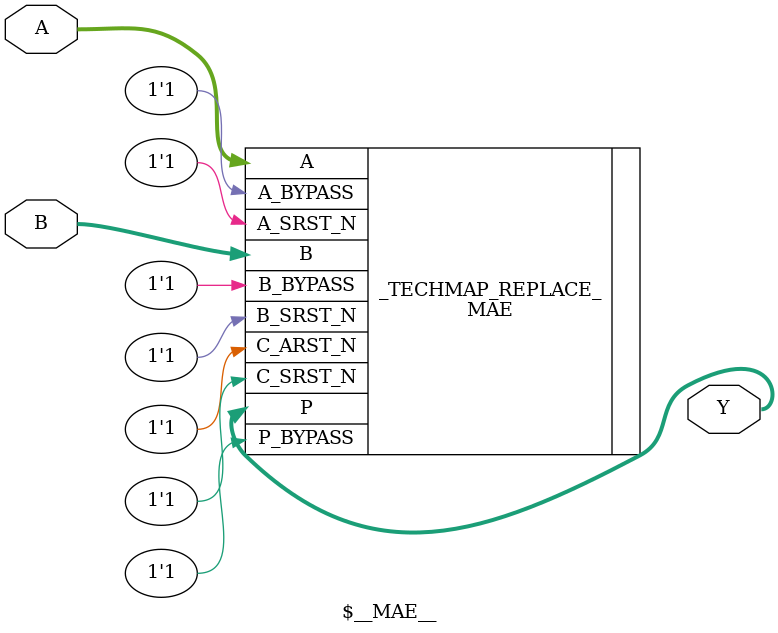
<source format=v>
module \$__MAE__
  #(
	parameter A_SIGNED = 0,
	parameter B_SIGNED = 0,
	parameter A_WIDTH = 0,
	parameter B_WIDTH = 0,
	parameter Y_WIDTH = 0
  ) 
    (
		input [A_WIDTH-1:0] A,
		input [B_WIDTH-1:0] B,
		output [Y_WIDTH-1:0] Y
	);

	// Don't specify clock or reset.
	MAE #(
		.BYPASS_A(1'b0),
		.BYPASS_B(1'b0),
		.BYPASS_C(1'b0),
		.BYPASS_P(1'b0),
		.POST_ADDER_STATIC(1'b0),
		.USE_FEEDBACK(1'b0)
 	)
    _TECHMAP_REPLACE_ (
		.A(A),
		.A_BYPASS(1'b1),
		.B(B),
		.B_BYPASS(1'b1),
		.P(Y),
		.P_BYPASS(1'b1),
		.A_SRST_N(1'b1),
		.B_SRST_N(1'b1),
		.C_SRST_N(1'b1),
		.C_ARST_N(1'b1)

	);
endmodule

</source>
